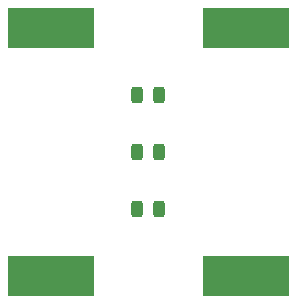
<source format=gtp>
G04 #@! TF.GenerationSoftware,KiCad,Pcbnew,(6.0.5)*
G04 #@! TF.CreationDate,2022-11-13T23:19:37+01:00*
G04 #@! TF.ProjectId,Omamori,4f6d616d-6f72-4692-9e6b-696361645f70,rev?*
G04 #@! TF.SameCoordinates,Original*
G04 #@! TF.FileFunction,Paste,Top*
G04 #@! TF.FilePolarity,Positive*
%FSLAX46Y46*%
G04 Gerber Fmt 4.6, Leading zero omitted, Abs format (unit mm)*
G04 Created by KiCad (PCBNEW (6.0.5)) date 2022-11-13 23:19:37*
%MOMM*%
%LPD*%
G01*
G04 APERTURE LIST*
G04 Aperture macros list*
%AMRoundRect*
0 Rectangle with rounded corners*
0 $1 Rounding radius*
0 $2 $3 $4 $5 $6 $7 $8 $9 X,Y pos of 4 corners*
0 Add a 4 corners polygon primitive as box body*
4,1,4,$2,$3,$4,$5,$6,$7,$8,$9,$2,$3,0*
0 Add four circle primitives for the rounded corners*
1,1,$1+$1,$2,$3*
1,1,$1+$1,$4,$5*
1,1,$1+$1,$6,$7*
1,1,$1+$1,$8,$9*
0 Add four rect primitives between the rounded corners*
20,1,$1+$1,$2,$3,$4,$5,0*
20,1,$1+$1,$4,$5,$6,$7,0*
20,1,$1+$1,$6,$7,$8,$9,0*
20,1,$1+$1,$8,$9,$2,$3,0*%
G04 Aperture macros list end*
%ADD10R,7.400000X3.500000*%
%ADD11RoundRect,0.243750X0.243750X0.456250X-0.243750X0.456250X-0.243750X-0.456250X0.243750X-0.456250X0*%
G04 APERTURE END LIST*
D10*
X33250000Y-19500000D03*
X33250000Y-40500000D03*
X16750000Y-19500000D03*
X16750000Y-40500000D03*
D11*
X25937500Y-30000000D03*
X24062500Y-30000000D03*
X25937500Y-25200000D03*
X24062500Y-25200000D03*
X25937500Y-34800000D03*
X24062500Y-34800000D03*
M02*

</source>
